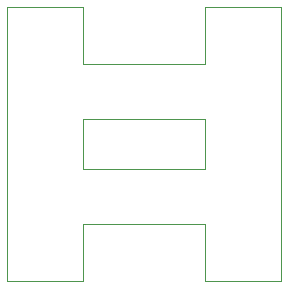
<source format=gbr>
%TF.GenerationSoftware,KiCad,Pcbnew,8.0.0*%
%TF.CreationDate,2024-05-01T17:20:29-04:00*%
%TF.ProjectId,planar_transformer_v2,706c616e-6172-45f7-9472-616e73666f72,rev?*%
%TF.SameCoordinates,Original*%
%TF.FileFunction,Profile,NP*%
%FSLAX46Y46*%
G04 Gerber Fmt 4.6, Leading zero omitted, Abs format (unit mm)*
G04 Created by KiCad (PCBNEW 8.0.0) date 2024-05-01 17:20:29*
%MOMM*%
%LPD*%
G01*
G04 APERTURE LIST*
%TA.AperFunction,Profile*%
%ADD10C,0.010000*%
%TD*%
G04 APERTURE END LIST*
D10*
X126450000Y-80000000D02*
X126450000Y-84800000D01*
X136750000Y-80000000D02*
X143200000Y-80000000D01*
X126450000Y-93700000D02*
X126450000Y-89500000D01*
X120000000Y-103200000D02*
X120000000Y-80000000D01*
X136750000Y-98400000D02*
X136750000Y-103200000D01*
X136750000Y-93700000D02*
X136750000Y-89500000D01*
X143200000Y-80000000D02*
X143200000Y-103200000D01*
X126450000Y-84800000D02*
X136750000Y-84800000D01*
X126450000Y-93700000D02*
X136750000Y-93700000D01*
X126450000Y-89500000D02*
X136750000Y-89500000D01*
X120000000Y-80000000D02*
X126450000Y-80000000D01*
X126450000Y-98400000D02*
X136750000Y-98400000D01*
X120000000Y-103200000D02*
X126450000Y-103200000D01*
X126450000Y-98400000D02*
X126450000Y-103200000D01*
X136750000Y-103200000D02*
X143200000Y-103200000D01*
X136750000Y-80000000D02*
X136750000Y-84800000D01*
M02*

</source>
